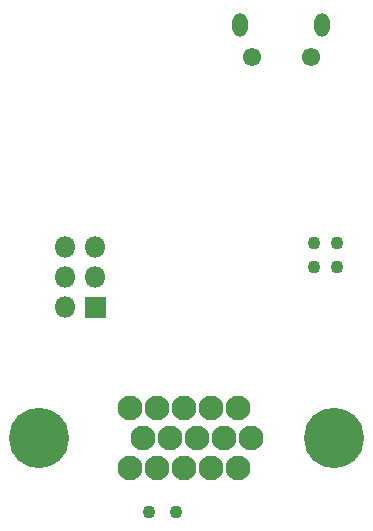
<source format=gbr>
G04 #@! TF.GenerationSoftware,KiCad,Pcbnew,5.1.10-88a1d61d58~88~ubuntu20.04.1*
G04 #@! TF.CreationDate,2021-09-24T12:37:35+02:00*
G04 #@! TF.ProjectId,carrier,63617272-6965-4722-9e6b-696361645f70,0.1*
G04 #@! TF.SameCoordinates,Original*
G04 #@! TF.FileFunction,Soldermask,Bot*
G04 #@! TF.FilePolarity,Negative*
%FSLAX46Y46*%
G04 Gerber Fmt 4.6, Leading zero omitted, Abs format (unit mm)*
G04 Created by KiCad (PCBNEW 5.1.10-88a1d61d58~88~ubuntu20.04.1) date 2021-09-24 12:37:35*
%MOMM*%
%LPD*%
G01*
G04 APERTURE LIST*
%ADD10O,1.800000X1.800000*%
%ADD11C,2.100000*%
%ADD12C,5.100000*%
%ADD13C,1.550000*%
%ADD14O,1.300000X2.000000*%
%ADD15C,1.100000*%
G04 APERTURE END LIST*
G04 #@! TO.C,J1*
G36*
G01*
X42910000Y-85070000D02*
X42910000Y-86770000D01*
G75*
G02*
X42860000Y-86820000I-50000J0D01*
G01*
X41160000Y-86820000D01*
G75*
G02*
X41110000Y-86770000I0J50000D01*
G01*
X41110000Y-85070000D01*
G75*
G02*
X41160000Y-85020000I50000J0D01*
G01*
X42860000Y-85020000D01*
G75*
G02*
X42910000Y-85070000I0J-50000D01*
G01*
G37*
D10*
X39470000Y-85920000D03*
X42010000Y-83380000D03*
X39470000Y-83380000D03*
X42010000Y-80840000D03*
X39470000Y-80840000D03*
G04 #@! TD*
D11*
G04 #@! TO.C,J2*
X52911000Y-97000000D03*
X50625000Y-97000000D03*
X55197000Y-97000000D03*
X48339000Y-97000000D03*
X46053000Y-97000000D03*
X49480000Y-94460000D03*
X44908000Y-94460000D03*
X54052000Y-94460000D03*
X47194000Y-94460000D03*
X51766000Y-94460000D03*
X44908000Y-99540000D03*
X47194000Y-99540000D03*
X49480000Y-99540000D03*
X51766000Y-99540000D03*
X54052000Y-99540000D03*
D12*
X37235000Y-97000000D03*
X62225000Y-97000000D03*
G04 #@! TD*
D13*
G04 #@! TO.C,J3*
X60230000Y-64700000D03*
X55230000Y-64700000D03*
D14*
X61230000Y-62000000D03*
X54230000Y-62000000D03*
G04 #@! TD*
D15*
G04 #@! TO.C,TP2*
X60480000Y-80500000D03*
G04 #@! TD*
G04 #@! TO.C,TP3*
X60480000Y-82500000D03*
G04 #@! TD*
G04 #@! TO.C,TP4*
X62480000Y-80500000D03*
G04 #@! TD*
G04 #@! TO.C,TP5*
X62480000Y-82500000D03*
G04 #@! TD*
G04 #@! TO.C,TP7*
X48830000Y-103250000D03*
G04 #@! TD*
G04 #@! TO.C,TP8*
X46530000Y-103250000D03*
G04 #@! TD*
M02*

</source>
